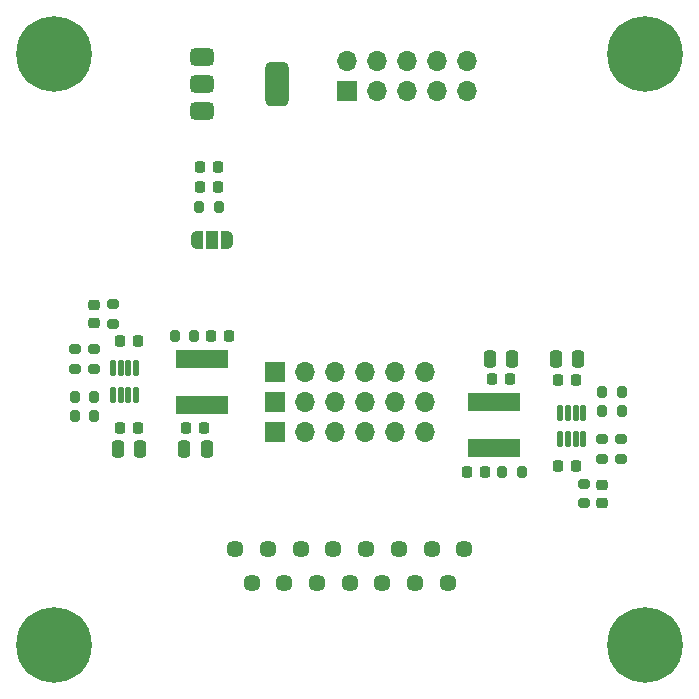
<source format=gbr>
%TF.GenerationSoftware,KiCad,Pcbnew,8.0.0*%
%TF.CreationDate,2024-10-25T11:24:30+02:00*%
%TF.ProjectId,Projet_Animatronic,50726f6a-6574-45f4-916e-696d6174726f,rev?*%
%TF.SameCoordinates,Original*%
%TF.FileFunction,Soldermask,Top*%
%TF.FilePolarity,Negative*%
%FSLAX46Y46*%
G04 Gerber Fmt 4.6, Leading zero omitted, Abs format (unit mm)*
G04 Created by KiCad (PCBNEW 8.0.0) date 2024-10-25 11:24:30*
%MOMM*%
%LPD*%
G01*
G04 APERTURE LIST*
G04 Aperture macros list*
%AMRoundRect*
0 Rectangle with rounded corners*
0 $1 Rounding radius*
0 $2 $3 $4 $5 $6 $7 $8 $9 X,Y pos of 4 corners*
0 Add a 4 corners polygon primitive as box body*
4,1,4,$2,$3,$4,$5,$6,$7,$8,$9,$2,$3,0*
0 Add four circle primitives for the rounded corners*
1,1,$1+$1,$2,$3*
1,1,$1+$1,$4,$5*
1,1,$1+$1,$6,$7*
1,1,$1+$1,$8,$9*
0 Add four rect primitives between the rounded corners*
20,1,$1+$1,$2,$3,$4,$5,0*
20,1,$1+$1,$4,$5,$6,$7,0*
20,1,$1+$1,$6,$7,$8,$9,0*
20,1,$1+$1,$8,$9,$2,$3,0*%
%AMFreePoly0*
4,1,19,0.550000,-0.750000,0.000000,-0.750000,0.000000,-0.744911,-0.071157,-0.744911,-0.207708,-0.704816,-0.327430,-0.627875,-0.420627,-0.520320,-0.479746,-0.390866,-0.500000,-0.250000,-0.500000,0.250000,-0.479746,0.390866,-0.420627,0.520320,-0.327430,0.627875,-0.207708,0.704816,-0.071157,0.744911,0.000000,0.744911,0.000000,0.750000,0.550000,0.750000,0.550000,-0.750000,0.550000,-0.750000,
$1*%
%AMFreePoly1*
4,1,19,0.000000,0.744911,0.071157,0.744911,0.207708,0.704816,0.327430,0.627875,0.420627,0.520320,0.479746,0.390866,0.500000,0.250000,0.500000,-0.250000,0.479746,-0.390866,0.420627,-0.520320,0.327430,-0.627875,0.207708,-0.704816,0.071157,-0.744911,0.000000,-0.744911,0.000000,-0.750000,-0.550000,-0.750000,-0.550000,0.750000,0.000000,0.750000,0.000000,0.744911,0.000000,0.744911,
$1*%
G04 Aperture macros list end*
%ADD10RoundRect,0.200000X0.275000X-0.200000X0.275000X0.200000X-0.275000X0.200000X-0.275000X-0.200000X0*%
%ADD11RoundRect,0.125000X-0.125000X0.537500X-0.125000X-0.537500X0.125000X-0.537500X0.125000X0.537500X0*%
%ADD12C,1.447800*%
%ADD13RoundRect,0.225000X-0.225000X-0.250000X0.225000X-0.250000X0.225000X0.250000X-0.225000X0.250000X0*%
%ADD14RoundRect,0.200000X0.200000X0.275000X-0.200000X0.275000X-0.200000X-0.275000X0.200000X-0.275000X0*%
%ADD15FreePoly0,0.000000*%
%ADD16R,1.000000X1.500000*%
%ADD17FreePoly1,0.000000*%
%ADD18C,0.800000*%
%ADD19C,6.400000*%
%ADD20RoundRect,0.250000X-0.250000X-0.475000X0.250000X-0.475000X0.250000X0.475000X-0.250000X0.475000X0*%
%ADD21RoundRect,0.250000X0.250000X0.475000X-0.250000X0.475000X-0.250000X-0.475000X0.250000X-0.475000X0*%
%ADD22R,1.700000X1.700000*%
%ADD23O,1.700000X1.700000*%
%ADD24R,4.500000X1.600000*%
%ADD25RoundRect,0.200000X-0.275000X0.200000X-0.275000X-0.200000X0.275000X-0.200000X0.275000X0.200000X0*%
%ADD26RoundRect,0.225000X0.225000X0.250000X-0.225000X0.250000X-0.225000X-0.250000X0.225000X-0.250000X0*%
%ADD27RoundRect,0.125000X0.125000X-0.537500X0.125000X0.537500X-0.125000X0.537500X-0.125000X-0.537500X0*%
%ADD28RoundRect,0.200000X-0.200000X-0.275000X0.200000X-0.275000X0.200000X0.275000X-0.200000X0.275000X0*%
%ADD29RoundRect,0.375000X-0.625000X-0.375000X0.625000X-0.375000X0.625000X0.375000X-0.625000X0.375000X0*%
%ADD30RoundRect,0.500000X-0.500000X-1.400000X0.500000X-1.400000X0.500000X1.400000X-0.500000X1.400000X0*%
%ADD31RoundRect,0.225000X-0.250000X0.225000X-0.250000X-0.225000X0.250000X-0.225000X0.250000X0.225000X0*%
%ADD32RoundRect,0.225000X0.250000X-0.225000X0.250000X0.225000X-0.250000X0.225000X-0.250000X-0.225000X0*%
G04 APERTURE END LIST*
D10*
%TO.C,R204*%
X78330000Y-116640000D03*
X78330000Y-114990000D03*
%TD*%
D11*
%TO.C,U301*%
X119775000Y-120362500D03*
X119125000Y-120362500D03*
X118475000Y-120362500D03*
X117825000Y-120362500D03*
X117825000Y-122637500D03*
X118475000Y-122637500D03*
X119125000Y-122637500D03*
X119775000Y-122637500D03*
%TD*%
D10*
%TO.C,R305*%
X123000000Y-124250000D03*
X123000000Y-122600000D03*
%TD*%
D12*
%TO.C,J101*%
X90305000Y-131939993D03*
X93075000Y-131939993D03*
X95844999Y-131939993D03*
X98614999Y-131939993D03*
X101384998Y-131939993D03*
X104154998Y-131939993D03*
X106924998Y-131939993D03*
X109694997Y-131939993D03*
X91690001Y-134779992D03*
X94460001Y-134779992D03*
X97230000Y-134779992D03*
X100000000Y-134779992D03*
X102770000Y-134779992D03*
X105539999Y-134779992D03*
X108309999Y-134779992D03*
%TD*%
D13*
%TO.C,C101*%
X87305000Y-99575000D03*
X88855000Y-99575000D03*
%TD*%
D14*
%TO.C,R202*%
X78355000Y-120640000D03*
X76705000Y-120640000D03*
%TD*%
D15*
%TO.C,JP101*%
X87050000Y-105750000D03*
D16*
X88350000Y-105750000D03*
D17*
X89650000Y-105750000D03*
%TD*%
D13*
%TO.C,C202*%
X80555000Y-114340000D03*
X82105000Y-114340000D03*
%TD*%
D18*
%TO.C,H103*%
X72600000Y-90000000D03*
X73302944Y-88302944D03*
X73302944Y-91697056D03*
X75000000Y-87600000D03*
D19*
X75000000Y-90000000D03*
D18*
X75000000Y-92400000D03*
X76697056Y-88302944D03*
X76697056Y-91697056D03*
X77400000Y-90000000D03*
%TD*%
D20*
%TO.C,C307*%
X111850000Y-115820000D03*
X113750000Y-115820000D03*
%TD*%
D21*
%TO.C,C207*%
X87880000Y-123420000D03*
X85980000Y-123420000D03*
%TD*%
%TO.C,C301*%
X119350000Y-115800000D03*
X117450000Y-115800000D03*
%TD*%
D20*
%TO.C,C201*%
X80380000Y-123440000D03*
X82280000Y-123440000D03*
%TD*%
D22*
%TO.C,J103*%
X99760000Y-93140000D03*
D23*
X99760000Y-90600000D03*
X102300000Y-93140000D03*
X102300000Y-90600000D03*
X104840000Y-93140000D03*
X104840000Y-90600000D03*
X107380000Y-93140000D03*
X107380000Y-90600000D03*
X109920000Y-93140000D03*
X109920000Y-90600000D03*
%TD*%
D18*
%TO.C,H102*%
X122600000Y-140000000D03*
X123302944Y-138302944D03*
X123302944Y-141697056D03*
X125000000Y-137600000D03*
D19*
X125000000Y-140000000D03*
D18*
X125000000Y-142400000D03*
X126697056Y-138302944D03*
X126697056Y-141697056D03*
X127400000Y-140000000D03*
%TD*%
D24*
%TO.C,L301*%
X112200000Y-123400000D03*
X112200000Y-119500000D03*
%TD*%
D18*
%TO.C,H101*%
X72600000Y-140000000D03*
X73302944Y-138302944D03*
X73302944Y-141697056D03*
X75000000Y-137600000D03*
D19*
X75000000Y-140000000D03*
D18*
X75000000Y-142400000D03*
X76697056Y-138302944D03*
X76697056Y-141697056D03*
X77400000Y-140000000D03*
%TD*%
%TO.C,H104*%
X122600000Y-90000000D03*
X123302944Y-88302944D03*
X123302944Y-91697056D03*
X125000000Y-87600000D03*
D19*
X125000000Y-90000000D03*
D18*
X125000000Y-92400000D03*
X126697056Y-88302944D03*
X126697056Y-91697056D03*
X127400000Y-90000000D03*
%TD*%
D13*
%TO.C,C204*%
X88255000Y-113890000D03*
X89805000Y-113890000D03*
%TD*%
%TO.C,C102*%
X87305000Y-101250000D03*
X88855000Y-101250000D03*
%TD*%
D25*
%TO.C,R306*%
X119800000Y-126400000D03*
X119800000Y-128050000D03*
%TD*%
D26*
%TO.C,C302*%
X119175000Y-124900000D03*
X117625000Y-124900000D03*
%TD*%
D27*
%TO.C,U201*%
X79960000Y-118877500D03*
X80610000Y-118877500D03*
X81260000Y-118877500D03*
X81910000Y-118877500D03*
X81910000Y-116602500D03*
X81260000Y-116602500D03*
X80610000Y-116602500D03*
X79960000Y-116602500D03*
%TD*%
D28*
%TO.C,R101*%
X87255000Y-102950000D03*
X88905000Y-102950000D03*
%TD*%
D24*
%TO.C,L201*%
X87530000Y-115840000D03*
X87530000Y-119740000D03*
%TD*%
D13*
%TO.C,C306*%
X112025000Y-117550000D03*
X113575000Y-117550000D03*
%TD*%
D14*
%TO.C,R303*%
X114550000Y-125350000D03*
X112900000Y-125350000D03*
%TD*%
D26*
%TO.C,C206*%
X87700000Y-121690000D03*
X86150000Y-121690000D03*
%TD*%
D13*
%TO.C,C203*%
X80560000Y-121640000D03*
X82110000Y-121640000D03*
%TD*%
D26*
%TO.C,C304*%
X111475000Y-125350000D03*
X109925000Y-125350000D03*
%TD*%
D28*
%TO.C,R301*%
X121375000Y-120200000D03*
X123025000Y-120200000D03*
%TD*%
D25*
%TO.C,R205*%
X76730000Y-114990000D03*
X76730000Y-116640000D03*
%TD*%
D28*
%TO.C,R302*%
X121375000Y-118600000D03*
X123025000Y-118600000D03*
%TD*%
D29*
%TO.C,U101*%
X87500000Y-90250000D03*
X87500000Y-92550000D03*
D30*
X93800000Y-92550000D03*
D29*
X87500000Y-94850000D03*
%TD*%
D31*
%TO.C,C305*%
X121340000Y-126450000D03*
X121340000Y-128000000D03*
%TD*%
D26*
%TO.C,C303*%
X119175000Y-117600000D03*
X117625000Y-117600000D03*
%TD*%
D25*
%TO.C,R304*%
X121400000Y-122600000D03*
X121400000Y-124250000D03*
%TD*%
D22*
%TO.C,J102*%
X93650000Y-116920000D03*
D23*
X96190000Y-116920000D03*
X98730000Y-116920000D03*
X101270000Y-116920000D03*
X103810000Y-116920000D03*
X106350000Y-116920000D03*
%TD*%
D10*
%TO.C,R206*%
X79930000Y-112845000D03*
X79930000Y-111195000D03*
%TD*%
D32*
%TO.C,C205*%
X78390000Y-112790000D03*
X78390000Y-111240000D03*
%TD*%
D22*
%TO.C,J104*%
X93650000Y-119460000D03*
D23*
X96190000Y-119460000D03*
X98730000Y-119460000D03*
X101270000Y-119460000D03*
X103810000Y-119460000D03*
X106350000Y-119460000D03*
%TD*%
D22*
%TO.C,J105*%
X93650000Y-122000000D03*
D23*
X96190000Y-122000000D03*
X98730000Y-122000000D03*
X101270000Y-122000000D03*
X103810000Y-122000000D03*
X106350000Y-122000000D03*
%TD*%
D28*
%TO.C,R203*%
X85185000Y-113890000D03*
X86835000Y-113890000D03*
%TD*%
D14*
%TO.C,R201*%
X78350000Y-119040000D03*
X76700000Y-119040000D03*
%TD*%
M02*

</source>
